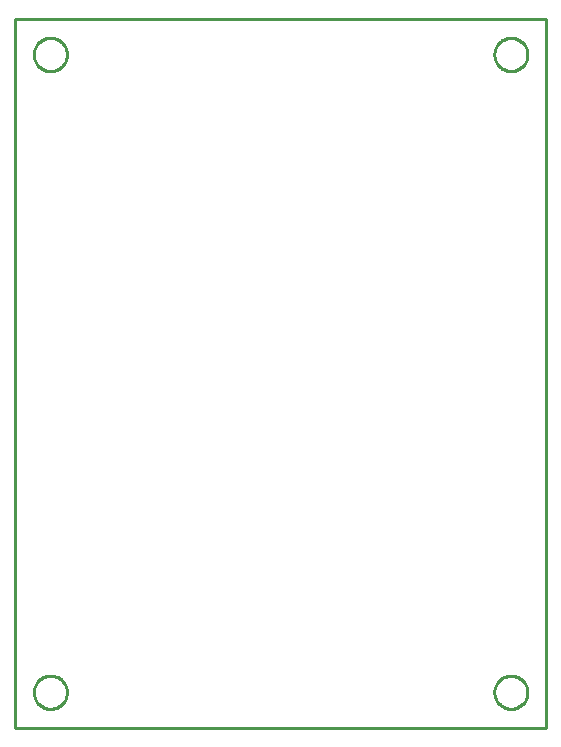
<source format=gbr>
G04 EAGLE Gerber RS-274X export*
G75*
%MOMM*%
%FSLAX34Y34*%
%LPD*%
%IN*%
%IPPOS*%
%AMOC8*
5,1,8,0,0,1.08239X$1,22.5*%
G01*
%ADD10C,0.254000*%


D10*
X0Y0D02*
X450000Y0D01*
X450000Y600000D01*
X0Y600000D01*
X0Y0D01*
X44000Y569500D02*
X43929Y568503D01*
X43786Y567513D01*
X43574Y566536D01*
X43292Y565576D01*
X42943Y564639D01*
X42527Y563729D01*
X42048Y562852D01*
X41507Y562010D01*
X40908Y561210D01*
X40253Y560454D01*
X39546Y559747D01*
X38790Y559092D01*
X37990Y558493D01*
X37148Y557952D01*
X36271Y557473D01*
X35361Y557057D01*
X34424Y556708D01*
X33465Y556426D01*
X32487Y556214D01*
X31498Y556071D01*
X30500Y556000D01*
X29500Y556000D01*
X28503Y556071D01*
X27513Y556214D01*
X26536Y556426D01*
X25576Y556708D01*
X24639Y557057D01*
X23729Y557473D01*
X22852Y557952D01*
X22010Y558493D01*
X21210Y559092D01*
X20454Y559747D01*
X19747Y560454D01*
X19092Y561210D01*
X18493Y562010D01*
X17952Y562852D01*
X17473Y563729D01*
X17057Y564639D01*
X16708Y565576D01*
X16426Y566536D01*
X16214Y567513D01*
X16071Y568503D01*
X16000Y569500D01*
X16000Y570500D01*
X16071Y571498D01*
X16214Y572487D01*
X16426Y573465D01*
X16708Y574424D01*
X17057Y575361D01*
X17473Y576271D01*
X17952Y577148D01*
X18493Y577990D01*
X19092Y578790D01*
X19747Y579546D01*
X20454Y580253D01*
X21210Y580908D01*
X22010Y581507D01*
X22852Y582048D01*
X23729Y582527D01*
X24639Y582943D01*
X25576Y583292D01*
X26536Y583574D01*
X27513Y583786D01*
X28503Y583929D01*
X29500Y584000D01*
X30500Y584000D01*
X31498Y583929D01*
X32487Y583786D01*
X33465Y583574D01*
X34424Y583292D01*
X35361Y582943D01*
X36271Y582527D01*
X37148Y582048D01*
X37990Y581507D01*
X38790Y580908D01*
X39546Y580253D01*
X40253Y579546D01*
X40908Y578790D01*
X41507Y577990D01*
X42048Y577148D01*
X42527Y576271D01*
X42943Y575361D01*
X43292Y574424D01*
X43574Y573465D01*
X43786Y572487D01*
X43929Y571498D01*
X44000Y570500D01*
X44000Y569500D01*
X434000Y569500D02*
X433929Y568503D01*
X433786Y567513D01*
X433574Y566536D01*
X433292Y565576D01*
X432943Y564639D01*
X432527Y563729D01*
X432048Y562852D01*
X431507Y562010D01*
X430908Y561210D01*
X430253Y560454D01*
X429546Y559747D01*
X428790Y559092D01*
X427990Y558493D01*
X427148Y557952D01*
X426271Y557473D01*
X425361Y557057D01*
X424424Y556708D01*
X423465Y556426D01*
X422487Y556214D01*
X421498Y556071D01*
X420500Y556000D01*
X419500Y556000D01*
X418503Y556071D01*
X417513Y556214D01*
X416536Y556426D01*
X415576Y556708D01*
X414639Y557057D01*
X413729Y557473D01*
X412852Y557952D01*
X412010Y558493D01*
X411210Y559092D01*
X410454Y559747D01*
X409747Y560454D01*
X409092Y561210D01*
X408493Y562010D01*
X407952Y562852D01*
X407473Y563729D01*
X407057Y564639D01*
X406708Y565576D01*
X406426Y566536D01*
X406214Y567513D01*
X406071Y568503D01*
X406000Y569500D01*
X406000Y570500D01*
X406071Y571498D01*
X406214Y572487D01*
X406426Y573465D01*
X406708Y574424D01*
X407057Y575361D01*
X407473Y576271D01*
X407952Y577148D01*
X408493Y577990D01*
X409092Y578790D01*
X409747Y579546D01*
X410454Y580253D01*
X411210Y580908D01*
X412010Y581507D01*
X412852Y582048D01*
X413729Y582527D01*
X414639Y582943D01*
X415576Y583292D01*
X416536Y583574D01*
X417513Y583786D01*
X418503Y583929D01*
X419500Y584000D01*
X420500Y584000D01*
X421498Y583929D01*
X422487Y583786D01*
X423465Y583574D01*
X424424Y583292D01*
X425361Y582943D01*
X426271Y582527D01*
X427148Y582048D01*
X427990Y581507D01*
X428790Y580908D01*
X429546Y580253D01*
X430253Y579546D01*
X430908Y578790D01*
X431507Y577990D01*
X432048Y577148D01*
X432527Y576271D01*
X432943Y575361D01*
X433292Y574424D01*
X433574Y573465D01*
X433786Y572487D01*
X433929Y571498D01*
X434000Y570500D01*
X434000Y569500D01*
X434000Y29500D02*
X433929Y28503D01*
X433786Y27513D01*
X433574Y26536D01*
X433292Y25576D01*
X432943Y24639D01*
X432527Y23729D01*
X432048Y22852D01*
X431507Y22010D01*
X430908Y21210D01*
X430253Y20454D01*
X429546Y19747D01*
X428790Y19092D01*
X427990Y18493D01*
X427148Y17952D01*
X426271Y17473D01*
X425361Y17057D01*
X424424Y16708D01*
X423465Y16426D01*
X422487Y16214D01*
X421498Y16071D01*
X420500Y16000D01*
X419500Y16000D01*
X418503Y16071D01*
X417513Y16214D01*
X416536Y16426D01*
X415576Y16708D01*
X414639Y17057D01*
X413729Y17473D01*
X412852Y17952D01*
X412010Y18493D01*
X411210Y19092D01*
X410454Y19747D01*
X409747Y20454D01*
X409092Y21210D01*
X408493Y22010D01*
X407952Y22852D01*
X407473Y23729D01*
X407057Y24639D01*
X406708Y25576D01*
X406426Y26536D01*
X406214Y27513D01*
X406071Y28503D01*
X406000Y29500D01*
X406000Y30500D01*
X406071Y31498D01*
X406214Y32487D01*
X406426Y33465D01*
X406708Y34424D01*
X407057Y35361D01*
X407473Y36271D01*
X407952Y37148D01*
X408493Y37990D01*
X409092Y38790D01*
X409747Y39546D01*
X410454Y40253D01*
X411210Y40908D01*
X412010Y41507D01*
X412852Y42048D01*
X413729Y42527D01*
X414639Y42943D01*
X415576Y43292D01*
X416536Y43574D01*
X417513Y43786D01*
X418503Y43929D01*
X419500Y44000D01*
X420500Y44000D01*
X421498Y43929D01*
X422487Y43786D01*
X423465Y43574D01*
X424424Y43292D01*
X425361Y42943D01*
X426271Y42527D01*
X427148Y42048D01*
X427990Y41507D01*
X428790Y40908D01*
X429546Y40253D01*
X430253Y39546D01*
X430908Y38790D01*
X431507Y37990D01*
X432048Y37148D01*
X432527Y36271D01*
X432943Y35361D01*
X433292Y34424D01*
X433574Y33465D01*
X433786Y32487D01*
X433929Y31498D01*
X434000Y30500D01*
X434000Y29500D01*
X44000Y29500D02*
X43929Y28503D01*
X43786Y27513D01*
X43574Y26536D01*
X43292Y25576D01*
X42943Y24639D01*
X42527Y23729D01*
X42048Y22852D01*
X41507Y22010D01*
X40908Y21210D01*
X40253Y20454D01*
X39546Y19747D01*
X38790Y19092D01*
X37990Y18493D01*
X37148Y17952D01*
X36271Y17473D01*
X35361Y17057D01*
X34424Y16708D01*
X33465Y16426D01*
X32487Y16214D01*
X31498Y16071D01*
X30500Y16000D01*
X29500Y16000D01*
X28503Y16071D01*
X27513Y16214D01*
X26536Y16426D01*
X25576Y16708D01*
X24639Y17057D01*
X23729Y17473D01*
X22852Y17952D01*
X22010Y18493D01*
X21210Y19092D01*
X20454Y19747D01*
X19747Y20454D01*
X19092Y21210D01*
X18493Y22010D01*
X17952Y22852D01*
X17473Y23729D01*
X17057Y24639D01*
X16708Y25576D01*
X16426Y26536D01*
X16214Y27513D01*
X16071Y28503D01*
X16000Y29500D01*
X16000Y30500D01*
X16071Y31498D01*
X16214Y32487D01*
X16426Y33465D01*
X16708Y34424D01*
X17057Y35361D01*
X17473Y36271D01*
X17952Y37148D01*
X18493Y37990D01*
X19092Y38790D01*
X19747Y39546D01*
X20454Y40253D01*
X21210Y40908D01*
X22010Y41507D01*
X22852Y42048D01*
X23729Y42527D01*
X24639Y42943D01*
X25576Y43292D01*
X26536Y43574D01*
X27513Y43786D01*
X28503Y43929D01*
X29500Y44000D01*
X30500Y44000D01*
X31498Y43929D01*
X32487Y43786D01*
X33465Y43574D01*
X34424Y43292D01*
X35361Y42943D01*
X36271Y42527D01*
X37148Y42048D01*
X37990Y41507D01*
X38790Y40908D01*
X39546Y40253D01*
X40253Y39546D01*
X40908Y38790D01*
X41507Y37990D01*
X42048Y37148D01*
X42527Y36271D01*
X42943Y35361D01*
X43292Y34424D01*
X43574Y33465D01*
X43786Y32487D01*
X43929Y31498D01*
X44000Y30500D01*
X44000Y29500D01*
M02*

</source>
